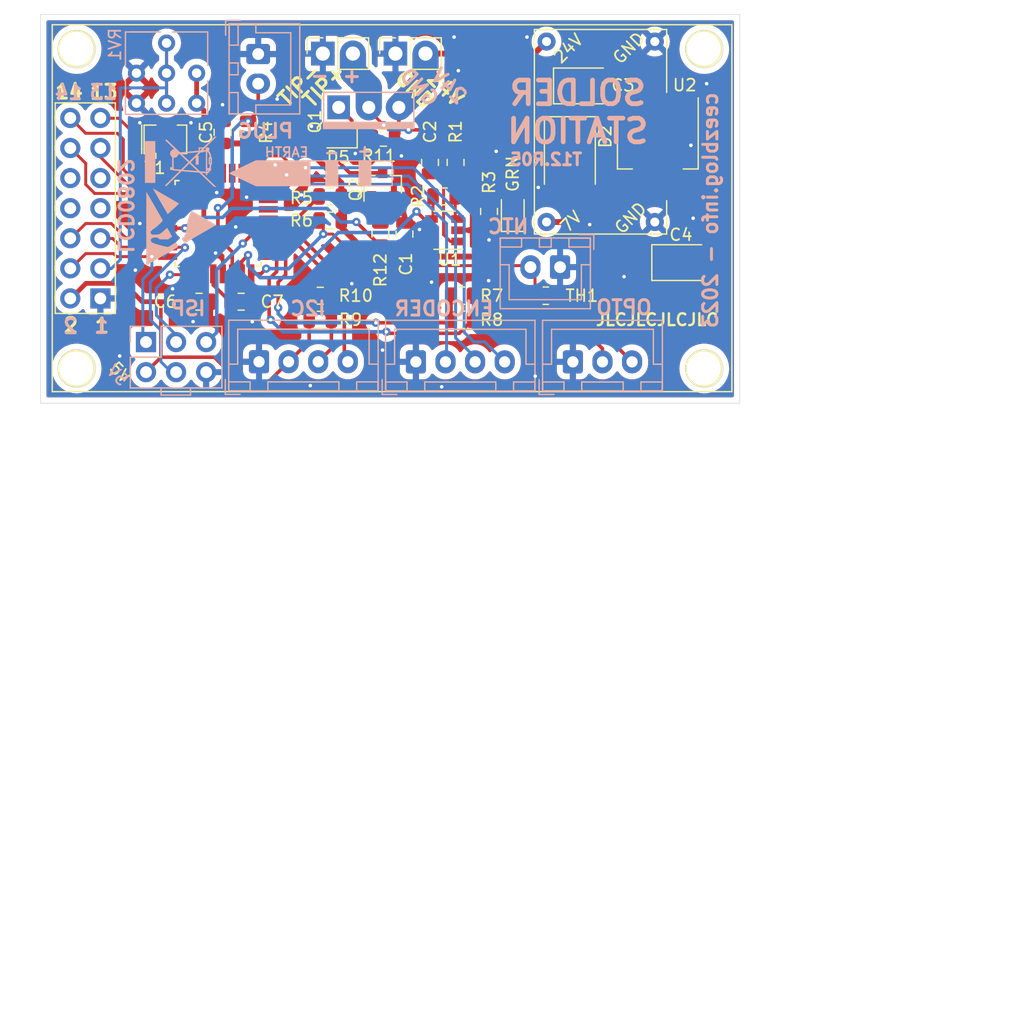
<source format=kicad_pcb>
(kicad_pcb (version 20221018) (generator pcbnew)
  (layers (0 "F.Cu" signal) (31 "B.Cu" signal) (34 "B.Paste" user) (35 "F.Paste" user) (36 "B.SilkS" user "B.Silkscreen") (37 "F.SilkS" user "F.Silkscreen") (38 "B.Mask" user) (39 "F.Mask" user) (44 "Edge.Cuts" user))
  (net 0 "")
  (net 1 "GND")
  (net 2 "5V")
  (net 3 "RESET")
  (net 4 "Net-(D1-A)")
  (net 5 "24V")
  (net 6 "RX")
  (net 7 "TX")
  (net 8 "SCL")
  (net 9 "SDA")
  (net 10 "TIP_OUT")
  (net 11 "ENC_A")
  (net 12 "ENC_B")
  (net 13 "ENC_BTN")
  (net 14 "IR_OPTO")
  (net 15 "IR_LED")
  (net 16 "LCD_EN")
  (net 17 "NTC")
  (net 18 "Handset_detect")
  (net 19 "TIP_ADC_IN")
  (net 20 "TIP_PWM_OUT")
  (net 21 "Net-(D2-K)")
  (net 22 "Net-(U3-AREF)")
  (net 23 "LCD_D5")
  (net 24 "LCD_D4")
  (net 25 "Net-(D2-A)")
  (net 26 "Net-(D5-A)")
  (net 27 "Net-(D5-K)")
  (net 28 "/IR_PWR")
  (net 29 "Net-(J12-Pin_3)")
  (net 34 "Net-(Q2-B)")
  (net 35 "Net-(U1--)")
  (net 37 "Net-(U3-XTAL2{slash}PB7)")
  (net 38 "Net-(U3-XTAL1{slash}PB6)")
  (net 39 "LCD_RS_MISO")
  (net 40 "SCK")
  (net 41 "LCD_RW_MOSI")
  (net 42 "LCD_D6")
  (net 43 "LCD_D7")
  (footprint "Capacitor_Tantalum_SMD:CP_EIA-3528-12_Kemet-T" (layer "F.Cu") (at 104.2035 25.5905)
    (fp_text reference "C3")
    (fp_text value "10uF")
  )
  (footprint "Capacitor_SMD:C_0805_2012Metric" (layer "F.Cu") (at 89.154 38.1 -90)
    (fp_text reference "C1")
    (fp_text value "100nF")
  )
  (footprint "Capacitor_SMD:C_0805_2012Metric" (layer "F.Cu") (at 73.787 29.5125 90)
    (fp_text reference "C5")
    (fp_text value "100nF")
  )
  (footprint "Capacitor_SMD:C_0805_2012Metric" (layer "F.Cu") (at 71.8035 43.815)
    (fp_text reference "C6")
    (fp_text value "100nF")
  )
  (footprint "Capacitor_SMD:C_0805_2012Metric" (layer "F.Cu") (at 75.3595 43.815)
    (fp_text reference "C7")
    (fp_text value "100nF")
  )
  (footprint "LED_SMD:LED_0805_2012Metric" (layer "F.Cu") (at 98.3 36.195 90)
    (fp_text reference "D1" hide)
    (fp_text value "Green LED")
  )
  (footprint "Diode_SMD:D_SOD-323" (layer "F.Cu") (at 83.659 29.972 180)
    (fp_text reference "D5")
    (fp_text value "12V zener")
  )
  (footprint "Connector_PinSocket_2.54mm:PinSocket_1x02_P2.54mm_Vertical" (layer "F.Cu") (at 88.392 22.86 90)
    (fp_text reference "J2" hide)
    (fp_text value "DC IN")
  )
  (footprint "Connector_PinSocket_2.54mm:PinSocket_1x02_P2.54mm_Vertical" (layer "F.Cu") (at 82.26 22.86 90)
    (fp_text reference "J1" hide)
    (fp_text value "T12 TIP")
  )
  (footprint "Package_TO_SOT_SMD:SOT-23" (layer "F.Cu") (at 87.315 33.925 90)
    (fp_text reference "Q2")
    (fp_text value "MMBT3904")
  )
  (footprint "Resistor_SMD:R_0805_2012Metric" (layer "F.Cu") (at 82.8825 36.957)
    (fp_text reference "R6")
    (fp_text value "10K")
  )
  (footprint "Resistor_SMD:R_0805_2012Metric" (layer "F.Cu") (at 75.946 29.5125 90)
    (fp_text reference "R4")
    (fp_text value "10K")
  )
  (footprint "Resistor_SMD:R_0805_2012Metric" (layer "F.Cu") (at 82.8825 34.925 180)
    (fp_text reference "R5")
    (fp_text value "10K")
  )
  (footprint "Resistor_SMD:R_0805_2012Metric" (layer "F.Cu") (at 92.5045 34.925)
    (fp_text reference "R2")
    (fp_text value "470K")
  )
  (footprint "Resistor_SMD:R_0805_2012Metric" (layer "F.Cu") (at 82.042 45.339 180)
    (fp_text reference "R9")
    (fp_text value "10K")
  )
  (footprint "Resistor_SMD:R_0805_2012Metric" (layer "F.Cu") (at 82.042 43.307)
    (fp_text reference "R10")
    (fp_text value "10K")
  )
  (footprint "Resistor_SMD:R_0805_2012Metric" (layer "F.Cu") (at 87.376 29.972 180)
    (fp_text reference "R11")
    (fp_text value "10K")
  )
  (footprint "Resistor_SMD:R_0805_2012Metric" (layer "F.Cu") (at 87.122 38.1 90)
    (fp_text reference "R12")
    (fp_text value "10K")
  )
  (footprint "Package_TO_SOT_SMD:SOT-23-5" (layer "F.Cu") (at 92.54 37.78 180)
    (fp_text reference "U1")
    (fp_text value "LMV321")
  )
  (footprint "Package_QFP:TQFP-32_7x7mm_P0.8mm" (layer "F.Cu") (at 73.406 37.211 -90)
    (fp_text reference "U3")
    (fp_text value "ATmega328")
  )
  (footprint "Crystal:Resonator_SMD_muRata_CSTxExxV-3Pin_3.0x1.1mm" (layer "F.Cu") (at 68.961 30.099)
    (fp_text reference "Y1")
    (fp_text value "Resonator_Small")
  )
  (footprint "Resistor_SMD:R_0805_2012Metric" (layer "F.Cu") (at 94.0035 43.307)
    (fp_text reference "R7")
    (fp_text value "470R")
  )
  (footprint "Capacitor_Tantalum_SMD:CP_EIA-3528-12_Kemet-T" (layer "F.Cu") (at 112.5085 40.513)
    (fp_text reference "C4")
    (fp_text value "10uF")
  )
  (footprint "Package_TO_SOT_SMD:SOT-223-3_TabPin2" (layer "F.Cu") (at 110.5535 30.6955 -90)
    (fp_text reference "U2")
    (fp_text value "AMS1117-5.0")
  )
  (footprint "Diode_SMD:D_SMB" (layer "F.Cu") (at 103.124 31.741 -90)
    (fp_text reference "D2")
    (fp_text value "Schottky")
  )
  (footprint "Resistor_SMD:R_0805_2012Metric" (layer "F.Cu") (at 94.0035 45.339)
    (fp_text reference "R8")
    (fp_text value "10K")
  )
  (footprint "Capacitor_SMD:C_0805_2012Metric" (layer "F.Cu") (at 91.313 32.0525 90)
    (fp_text reference "C2")
    (fp_text value "100nF")
  )
  (footprint "Resistor_SMD:R_0805_2012Metric" (layer "F.Cu") (at 93.472 32.0525 -90)
    (fp_text reference "R1")
    (fp_text value "10K")
  )
  (footprint "Resistor_SMD:R_0805_2012Metric" (layer "F.Cu") (at 96.3 36.195 -90)
    (fp_text reference "R3")
    (fp_text value "1K")
  )
  (footprint "Resistor_SMD:R_0805_2012Metric" (layer "F.Cu") (at 101.092 43.307 180)
    (fp_text reference "TH1")
    (fp_text value "NTC 10k")
  )
  (footprint "FOOT_PRINT:Mini360_DC-DC" (layer "F.Cu") (at 105.7275 29.464 -90)
    (fp_text reference "PSU1")
    (fp_text value "Buck-360mini")
  )
  (footprint "FOOT_PRINT:LCD0802" (layer "F.Cu") (at 60.9281 27.2796)
    (fp_text reference "J12" hide)
    (fp_text value "LCD0802")
  )
  (footprint "Connector_PinHeader_2.54mm:PinHeader_2x03_P2.54mm_Vertical" (layer "B.Cu") (at 67.325 47.224999 -90)
    (fp_text reference "J3" hide)
    (fp_text value "ISP")
  )
  (footprint "Connector_JST:JST_XH_B4B-XH-A_1x04_P2.50mm_Vertical" (layer "B.Cu") (at 76.8696 48.8866)
    (fp_text reference "J4" hide)
    (fp_text value "I2C")
  )
  (footprint "Connector_JST:JST_XH_B4B-XH-A_1x04_P2.50mm_Vertical" (layer "B.Cu") (at 90.1192 48.895)
    (fp_text reference "J6" hide)
    (fp_text value "ENCODER")
  )
  (footprint "Connector_JST:JST_XH_B3B-XH-A_1x03_P2.50mm_Vertical" (layer "B.Cu") (at 103.378 48.895)
    (fp_text reference "J7" hide)
    (fp_text value "OPTO")
  )
  (footprint "FOOT_PRINT:TO-220-3_Minimal" (layer "B.Cu") (at 83.6 27.4)
    (fp_text reference "Q1")
    (fp_text value "IRF4905")
  )
  (footprint "Potentiometer_THT:Potentiometer_Bourns_3266P_Horizontal" (layer "B.Cu") (at 66.52 24.511 -90)
    (fp_text reference "RV1")
    (fp_text value "10K")
  )
  (footprint "Symbol:ESD-Logo_6.6x6mm_SilkScreen" (layer "B.Cu") (at 70.3072 37.4904 90)
    (fp_text reference "J9" hide)
    (fp_text value "Aviation-GX12-6" hide)
  )
  (footprint "Symbol:WEEE-Logo_4.2x6mm_SilkScreen" (layer "B.Cu") (at 70.2564 32.004 90)
    (fp_text reference "J10" hide)
    (fp_text value "Aviation-GX12-6" hide)
  )
  (footprint "Connector_JST:JST_XH_B2B-XH-A_1x02_P2.50mm_Vertical" (layer "B.Cu") (at 76.8 22.9 -90)
    (fp_text reference "J5" hide)
    (fp_text value "Handset detect")
  )
  (footprint "FOOT_PRINT:T12_Tip" (layer "B.Cu") (at 82.1182 32.9692)
    (fp_text reference "G***" hide)
    (fp_text value "LOGO" hide)
  )
  (footprint "Connector_JST:JST_XH_B2B-XH-A_1x02_P2.50mm_Vertical" (layer "B.Cu") (at 102.2966 40.894 180)
    (fp_text reference "J11" hide)
    (fp_text value "NTC")
  )
  (gr_line (start 111.3028 20.828) (end 100.1268 20.828) (stroke (width 0.12)) (layer "F.SilkS"))
  (gr_line (start 100.1268 38.1) (end 111.3028 38.1) (stroke (width 0.12)) (layer "F.SilkS"))
  (gr_line (start 100.1268 20.828) (end 100.1268 38.1) (stroke (width 0.12)) (layer "F.SilkS"))
  (gr_line (start 111.3028 26.1366) (end 111.3028 20.828) (stroke (width 0.12)) (layer "F.SilkS"))
  (gr_line (start 111.3028 38.1) (end 111.3028 35.2806) (stroke (width 0.12)) (layer "F.SilkS"))
  (gr_line (start 117.475 19.558) (end 58.42 19.558) (stroke (width 0.05)) (layer "Edge.Cuts"))
  (gr_circle (center 61.468 49.4538) (end 63.068 49.4538) (stroke (width 0.05)) (fill none) (layer "Edge.Cuts"))
  (gr_circle (center 61.468 22.479) (end 63.068 22.479) (stroke (width 0.05)) (fill none) (layer "Edge.Cuts"))
  (gr_line (start 117.475 52.3875) (end 117.475 19.558) (stroke (width 0.05)) (layer "Edge.Cuts"))
  (gr_line (start 58.42 52.3875) (end 117.475 52.3875) (stroke (width 0.05)) (layer "Edge.Cuts"))
  (gr_circle (center 114.4778 49.4538) (end 116.0778 49.4538) (stroke (width 0.05)) (fill none) (layer "Edge.Cuts"))
  (gr_line (start 58.42 19.558) (end 58.42 52.3875) (stroke (width 0.05)) (layer "Edge.Cuts"))
  (gr_circle (center 114.4778 22.479) (end 116.0778 22.479) (stroke (width 0.05)) (fill none) (layer "Edge.Cuts"))
  (gr_text "-" (at 82 24.7) (layer "B.SilkS") (effects (font (size 1.2 1.2) (thickness 0.25)) (justify mirror)))
  (gr_text "ENCODER" (at 92.5 44.4) (layer "B.SilkS") (effects (font (size 1.2 1.2) (thickness 0.25)) (justify mirror)))
  (gr_text "OPTO" (at 107.7 44.3) (layer "B.SilkS") (effects (font (size 1.2 1.2) (thickness 0.25)) (justify mirror)))
  (gr_text "LCD0802" (at 65.5828 35.7124 270) (layer "B.SilkS") (effects (font (size 1.2 1.2) (thickness 0.25)) (justify mirror)))
  (gr_text "ceezblog.info - 2023" (at 115 36.1 90) (layer "B.SilkS") (effects (font (size 1.2 1.2) (thickness 0.25)) (justify mirror)))
  (gr_text "SOLDER\nSTATION" (at 103.8 27.8) (layer "B.SilkS") (effects (font (size 2 2) (thickness 0.4)) (justify mirror)))
  (gr_text "T12.R05" (at 101.1 31.8) (layer "B.SilkS") (effects (font (size 1 1) (thickness 0.25)) (justify mirror)))
  (gr_text "ISP" (at 70.866 44.3865) (layer "B.SilkS") (effects (font (size 1.2 1.2) (thickness 0.25)) (justify mirror)))
  (gr_text "-" (at 83.0072 31.1912) (layer "B.SilkS") (effects (font (size 1 1) (thickness 0.2)) (justify mirror)))
  (gr_text "5V" (at 64.9224 50.038 315) (layer "B.SilkS") (effects (font (size 1 1)) (justify mirror)))
  (gr_text "2" (at 60.934599 45.8978) (layer "B.SilkS") (effects (font (size 1.2 1.2) (thickness 0.25)) (justify mirror)))
  (gr_text "PLUG" (at 77.4192 29.4) (layer "B.SilkS") (effects (font (size 1.2 1.2) (thickness 0.25)) (justify mirror)))
  (gr_text "I2C" (at 81 44.4) (layer "B.SilkS") (effects (font (size 1.2 1.2) (thickness 0.25)) (justify mirror)))
  (gr_text "GND" (at 90.4 25.7 -45) (layer "B.SilkS") (effects (font (size 1.2 1.2) (thickness 0.25)) (justify mirror)))
  (gr_text "+" (at 85.8012 31.0642) (layer "B.SilkS") (effects (font (size 1 1) (thickness 0.2)) (justify mirror)))
  (gr_text "1" (at 63.550799 45.8724) (layer "B.SilkS") (effects (font (size 1.2 1.2) (thickness 0.25)) (justify mirror)))
  (gr_text "EARTH" (at 79.1972 31.1912) (layer "B.SilkS") (effects (font (size 0.8 0.8)) (justify mirror)))
  (gr_text "NTC" (at 97.917 37.465) (layer "B.SilkS") (effects (font (size 1.2 1.2) (thickness 0.25)) (justify mirror)))
  (gr_text "+" (at 84.8 24.8 270) (layer "B.SilkS") (effects (font (size 1.2 1.2) (thickness 0.25)) (justify mirror)))
  (gr_text "24V" (at 92.9 25.6 -45) (layer "B.SilkS") (effects (font (size 1.2 1.2) (thickness 0.25)) (justify mirror)))
  (gr_text "13" (at 63.7286 26.1112) (layer "B.SilkS") (effects (font (size 1.2 1.2) (thickness 0.25)) (justify mirror)))
  (gr_text "14" (at 60.7822 26.1366) (layer "B.SilkS") (effects (font (size 1.2 1.2) (thickness 0.25)) (justify mirror)))
  (gr_text "GND" (at 90 25.9 315) (layer "F.SilkS") (effects (font (size 1.2 1.2) (thickness 0.25))))
  (gr_text "24V" (at 92.6 25.8 315) (layer "F.SilkS") (effects (font (size 1.2 1.2) (thickness 0.25))))
  (gr_text "13" (at 63.771961 26.103761) (layer "F.SilkS") (effects (font (size 1.2 1.2) (thickness 0.25))))
  (gr_text "JLCJLCJLCJLC" (at 110.49 45.339) (layer "F.SilkS") (effects (font (size 1 1) (thickness 0.2))))
  (gr_text "GND" (at 108.2548 36.7538 45) (layer "F.SilkS") (effects (font (size 1 1))))
  (gr_text "24V" (at 102.997 22.4282 45) (layer "F.SilkS") (effects (font (size 1 1))))
  (gr_text "2" (at 60.9854 45.8216) (layer "F.SilkS") (effects (font (size 1.2 1.2) (thickness 0.25))))
  (gr_text "GND" (at 108.1024 22.4028 45) (layer "F.SilkS") (effects (font (size 1 1))))
  (gr_text "TIP-" (at 80.3 25.5 45) (layer "F.SilkS") (effects (font (size 1.2 1.2) (thickness 0.25))))
  (gr_text "TIP+" (at 82.4 25.6 45) (layer "F.SilkS") (effects (font (size 1.2 1.2) (thickness 0.25))))
  (gr_text "5V" (at 65.1256 49.784 315) (layer "F.SilkS") (effects (font (size 1 1))))
  (gr_text "1" (at 63.601599 45.847) (layer "F.SilkS") (effects (font (size 1.2 1.2) (thickness 0.25))))
  (gr_text "7V" (at 103.2256 37.0586 45) (layer "F.SilkS") (effects (font (size 1 1))))
  (gr_text "GRN" (at 98.298 33.02 90) (layer "F.SilkS") (effects (font (size 1 1))))
  (gr_text "14" (at 60.825561 26.078361) (layer "F.SilkS") (effects (font (size 1.2 1.2) (thickness 0.25))))
  (segment (start 73.006 34.406) (end 73.2 34.6) (width 0.3) (layer "F.Cu") (net 1))
  (segment (start 74.4 34.6) (end 74.606 34.394) (width 0.3) (layer "F.Cu") (net 1))
  (segment (start 73.806 40.306) (end 73.806 41.461) (width 0.3) (layer "F.Cu") (net 1))
  (segment (start 88.265 36.0172) (end 89.154 36.0172) (width 0.25) (layer "F.Cu") (net 1))
  (segment (start 72.296 45.5) (end 72.741 45.055) (width 0.3) (layer "F.Cu") (net 1))
  (segment (start 74.606 34.394) (end 74.606 32.961) (width 0.3) (layer "F.Cu") (net 1))
  (segment (start 93.64 37.78) (end 94.681 37.78) (width 0.4) (layer "F.Cu") (net 1))
  (segment (start 73.2 39.7) (end 73.806 40.306) (width 0.3) (layer "F.Cu") (net 1))
  (segment (start 72.741 45.055) (end 72.741 43.815) (width 0.3) (layer "F.Cu") (net 1))
  (segment (start 71.3 45.5) (end 72.296 45.5) (width 0.3) (layer "F.Cu") (net 1))
  (segment (start 90.424 37.719) (end 89.8675 37.1625) (width 0.4) (layer "F.Cu") (net 1))
  (segment (start 95.3285 37.1325) (end 96.3 37.1325) (width 0.4) (layer "F.Cu") (net 1))
  (segment (start 89.154 36.0172) (end 89.154 37.1625) (width 0.25) (layer "F.Cu") (net 1))
  (segment (start 88.265 34.925) (end 88.265 36.0172) (width 0.25) (layer "F.Cu") (net 1))
  (segment (start 73.2 34.6) (end 74.4 34.6) (width 0.3) (layer "F.Cu") (net 1))
  (segment (start 94.681 37.78) (end 95.3285 37.1325) (width 0.4) (layer "F.Cu") (net 1))
  (segment (start 89.8675 37.1625) (end 89.154 37.1625) (width 0.4) (layer "F.Cu") (net 1))
  (segment (start 73.006 32.961) (end 73.006 34.406) (width 0.3) (layer "F.Cu") (net 1))
  (via (at 113.538 36.7665) (size 0.7) (drill 0.3) (layers "F.Cu" "B.Cu") (net 1))
  (via (at 65.1 48.4) (size 0.7) (drill 0.3) (layers "F.Cu" "B.Cu") (net 1))
  (via (at 87.3 47.9) (size 0.7) (drill 0.3) (layers "F.Cu" "B.Cu") (net 1))
  (via (at 76.3 45.5) (size 0.7) (drill 0.3) (layers "F.Cu" "B.Cu") (net 1))
  (via (at 93.345 21.463) (size 0.7) (drill 0.3) (layers "F.Cu" "B.Cu") (net 1))
  (via (at 71.3 45.5) (size 0.7) (drill 0.3) (layers "F.Cu" "B.Cu") (net 1))
  (via (at 85 31.3) (size 0.7) (drill 0.3) (layers "F.Cu" "B.Cu") (net 1))
  (via (at 107.7 41.7) (size 0.7) (drill 0.3) (layers "F.Cu" "B.Cu") (net 1))
  (via (at 99.5 21.463) (size 0.7) (drill 0.3) (layers "F.Cu" "B.Cu") (net 1))
  (via (at 71.12 28.702) (size 0.7) (drill 0.3) (layers "F.Cu" "B.Cu") (net 1))
  (via (at 100.2 50.1) (size 0.7) (drill 0.3) (layers "F.Cu" "B.Cu") (net 1))
  (via (at 91.44 42.164) (size 0.7) (drill 0.3) (layers "F.Cu" "B.Cu") (net 1))
  (via (at 69.5706 42.7228) (size 0.7) (drill 0.3) (layers "F.Cu" "B.Cu") (net 1))
  (via (at 66.421 41.148) (size 0.7) (drill 0.3) (layers "F.Cu" "B.Cu") (net 1))
  (via (at 75.819 34.9885) (size 0.7) (drill 0.3) (layers "F.Cu" "B.Cu") (net 1))
  (via (at 80.4545 34.798) (size 0.7) (drill 0.3) (layers "F.Cu" "B.Cu") (net 1))
  (via (at 104.8 37.3) (size 0.7) (drill 0.3) (layers "F.Cu" "B.Cu") (net 1))
  (via (at 73.3 34.6) (size 0.7) (drill 0.3) (layers "F.Cu" "B.Cu") (net 1))
  (via (at 113.3475 30.607) (size 0.7) (drill 0.3) (layers "F.Cu" "B.Cu") (net 1))
  (via (at 96.901 31.115) (size 0.7) (drill 0.3) (layers "F.Cu" "B.Cu") (net 1))
  (via (at 74.9 37.5) (size 0.7) (drill 0.3) (layers "F.Cu" "B.Cu") (net 1))
  (via (at 114.681 25.4) (size 0.7) (drill 0.3) (layers "F.Cu" "B.Cu") (net 1))
  (via (at 96.3 38.6) (size 0.7) (drill 0.3) (layers "F.Cu" "B.Cu") (net 1))
  (via (at 90.424 37.719) (size 0.7) (drill 0.3) (layers "F.Cu" "B.Cu") (net 1))
  (via (at 81.3 29) (size 0.7) (drill 0.3) (layers "F.Cu" "B.Cu") (net 1))
  (via (at 92.3 51) (size 0.7) (drill 0.3) (layers "F.Cu" "B.Cu") (net 1))
  (via (at 93.7 24.3) (size 0.7) (drill 0.3) (layers "F.Cu" "B.Cu") (net 1))
  (via (at 100.457 34.163) (size 0.7) (drill 0.3) (layers "F.Cu" "B.Cu") (net 1))
  (via (at 81.2 50.9) (size 0.7) (drill 0.3) (layers "F.Cu" "B.Cu") (net 1))
  (via (at 73.2 39.7) (size 0.7) (drill 0.3) (layers "F.Cu" "B.Cu") (net 1))
  (via (at 78.4 26.7) (size 0.7) (drill 0.3) (layers "F.Cu" "B.Cu") (net 1))
  (via (at 96.266 42.037) (size 0.7) (drill 0.3) (layers "F.Cu" "B.Cu") (net 1))
  (via (at 88.9 31.5) (size 0.7) (drill 0.3) (layers "F.Cu" "B.Cu") (net 1))
  (via (at 84.709 42.291) (size 0.7) (drill 0.3) (layers "F.Cu" "B.Cu") (net 1))
  (via (at 73.787 27.178) (size 0.7) (drill 0.3) (layers "F.Cu" "B.Cu") (net 1))
  (via (at 66.802 28.702) (size 0.7) (drill 0.3) (layers "F.Cu" "B.Cu") (net 1))
  (via (at 66.802 37.211) (size 0.7) (drill 0.3) (layers "F.Cu" "B.Cu") (net 1))
  (segment (start 68.58 43.815) (end 70.866 43.815) (width 0.3) (layer "F.Cu") (net 2))
  (segment (start 89.4615 38.73) (end 91.44 38.73) (width 0.5) (layer "F.Cu") (net 2))
  (segment (start 98.295 40.005) (end 86.2965 40.005) (width 0.5) (layer "F.Cu") (net 2))
  (segment (start 73.806 30.469) (end 73.806 32.961) (width 0.3) (layer "F.Cu") (net 2))
  (segment (start 81.1045 47.1517) (end 81.1045 45.339) (width 0.3) (layer "F.Cu") (net 2))
  (segment (start 73.787 30.45) (end 73.806 30.469) (width 0.3) (layer "F.Cu") (net 2))
  (segment (start 62.2554 42.2656) (end 60.96 43.561) (width 0.4) (layer "F.Cu") (net 2))
  (segment (start 89.154 39.0375) (end 89.154 40.005) (width 0.5) (layer "F.Cu") (net 2))
  (segment (start 99.2 39.1) (end 98.295 40.005) (width 0.5) (layer "F.Cu") (net 2))
  (segment (start 71.406 39.973) (end 71.406 41.461) (width 0.4) (layer "F.Cu") (net 2))
  (segment (start 71.6 27.051) (end 71.6 24.511) (width 0.4) (layer "F.Cu") (net 2))
  (segment (start 68.58 48.440001) (end 68.58 43.815) (width 0.3) (layer "F.Cu") (net 2))
  (segment (start 83.82 33.782) (end 83.82 34.925) (width 0.5) (layer "F.Cu") (net 2))
  (segment (start 83.82 34.925) (end 83.82 36.957) (width 0.5) (layer "F.Cu") (net 2))
  (segment (start 72.206 32.961) (end 72.206 34.487) (width 0.4) (layer "F.Cu") (net 2))
  (segment (start 71.406 43.275) (end 70.866 43.815) (width 0.4) (layer "F.Cu") (net 2))
  (segment (start 67.325 49.764999) (end 68.589999 48.5) (width 0.3) (layer "F.Cu") (net 2))
  (segment (start 109.304 39.1) (end 99.2 39.1) (width 0.5) (layer "F.Cu") (net 2))
  (segment (start 110.5535 27.5455) (end 110.5535 33.8455) (width 0.25) (layer "F.Cu") (net 2))
  (segment (start 77.7102 50.546) (end 81.1045 47.1517) (width 0.3) (layer "F.Cu") (net 2))
  (segment (start 72.206 30.423) (end 72.206 27.657) (width 0.4) (layer "F.Cu") (net 2))
  (segment (start 110.971 40.513) (end 110.844 40.64) (width 0.5) (layer "F.Cu") (net 2))
  (segment (start 81.1045 45.339) (end 81.1045 43.307) (width 0.3) (layer "F.Cu") (net 2))
  (segment (start 110.844 40.64) (end 109.304 39.1) (width 0.5) (layer "F.Cu") (net 2))
  (segment (start 75.946 30.45) (end 73.787 30.45) (width 0.5) (layer "F.Cu") (net 2))
  (segment (start 72.206 32.961) (end 72.206 30.423) (width 0.4) (layer "F.Cu") (net 2))
  (segment (start 89.154 39.0375) (end 89.4615 38.73) (width 0.5) (layer "F.Cu") (net 2))
  (segment (start 86.2965 40.005) (end 83.82 37.5285) (width 0.5) (layer "F.Cu") (net 2))
  (segment (start 83.82 37.5285) (end 83.82 36.957) (width 0.5) (layer "F.Cu") (net 2))
  (segment (start 112.395 39.089) (end 110.844 40.64) (width 0.5) (layer "F.Cu") (net 2))
  (segment (start 72.206 27.657) (end 71.6 27.051) (width 0.4) (layer "F.Cu") (net 2))
  (segment (start 111.3155 33.8455) (end 112.395 34.925) (width 0.5) (layer "F.Cu") (net 2))
  (segment (start 75.146 50.546) (end 77.7102 50.546) (width 0.3) (layer "F.Cu") (net 2))
  (segment (start 75.946 30.45) (end 80.488 30.45) (width 0.5) (layer "F.Cu") (net 2))
  (segment (start 68.639999 48.5) (end 68.58 48.440001) (width 0.3) (layer "F.Cu") (net 2))
  (segment (start 68.589999 48.5) (end 68.639999 48.5) (width 0.3) (layer "F.Cu") (net 2))
  (segment (start 73.787 30.45) (end 72.233 30.45) (width 0.4) (layer "F.Cu") (net 2))
  (segment (start 71.406 41.461) (end 71.406 43.275) (width 0.4) (layer "F.Cu") (net 2))
  (segment (start 80.488 30.45) (end 83.82 33.782) (width 0.5) (layer "F.Cu") (net 2))
  (segment (start 67.0052 43.815) (end 65.4558 42.2656) (width 0.4) (layer "F.Cu") (net 2))
  (segment (start 110.5535 33.8455) (end 111.3155 33.8455) (width 0.5) (layer "F.Cu") (net 2))
  (segment (start 70.866 43.815) (end 67.0052 43.815) (width 0.4) (layer "F.Cu") (net 2))
  (segment (start 65.4558 42.2656) (end 62.2554 42.2656) (width 0.4) (layer "F.Cu") (net 2))
  (segment (start 72.206 34.487) (end 72.206 39.173) (width 0.4) (layer "F.Cu") (net 2))
  (segment (start 68.639999 48.5) (end 73.1 48.5) (width 0.3) (layer "F.Cu") (net 2))
  (segment (start 72.206 39.173) (end 71.406 39.973) (width 0.4) (layer "F.Cu") (net 2))
  (segment (start 112.395 34.925) (end 112.395 39.089) (width 0.5) (layer "F.Cu") (net 2))
  (segment (start 73.1 48.5) (end 75.146 50.546) (width 0.3) (layer "F.Cu") (net 2))
  (segment (start 72.233 30.45) (end 72.206 30.423) (width 0.3) (layer "F.Cu") (net 2))
  (segment (start 77.656 36.811) (end 80.059 36.811) (width 0.3) (layer "F.Cu") (net 3))
  (segment (start 75.5 38.9) (end 76.2 38.2) (width 0.3) (layer "F.Cu") (net 3))
  (segment (start 76.2 38.2) (end 76.2 37.1) (width 0.3) (layer "F.Cu") (net 3))
  (segment (start 80.059 36.811) (end 81.945 34.925) (width 0.3) (layer "F.Cu") (net 3))
  (segment (start 76.2 37.1) (end 76.489 36.811) (width 0.3) (layer "F.Cu") (net 3))
  (segment (start 76.489 36.811) (end 77.656 36.811) (width 0.3) (layer "F.Cu") (net 3))
  (via (at 75.5 38.9) (size 0.7) (drill 0.3) (layers "F.Cu" "B.Cu") (net 3))
  (segment (start 75.5 38.9) (end 73.3 41.1) (width 0.3) (layer "B.Cu") (net 3))
  (segment (start 72.475001 47.224999) (end 72.455 47.224999) (width 0.3) (layer "B.Cu") (net 3))
  (segment (start 73.3 41.1) (end 73.3 46.4) (width 0.3) (layer "B.Cu") (net 3))
  (segment (start 73.3 46.4) (end 72.475001 47.224999) (width 0.3) (layer "B.Cu") (net 3))
  (segment (start 92.456 38.1508) (end 92.456 33.02) (width 0.25) (layer "F.Cu") (net 4))
  (segment (start 93.64 38.73) (end 93.0352 38.73) (width 0.25) (layer "F.Cu") (net 4))
  (segment (start 93.0352 38.73) (end 92.456 38.1508) (width 0.25) (layer "F.Cu") (net 4))
  (segment (start 97.7265 34.036) (end 98.679 34.9885) (width 0.25) (layer "F.Cu") (net 4))
  (segment (start 92.456 33.02) (end 93.726 33.02) (width 0.25) (layer "F.Cu") (net 4))
  (segment (start 94.742 34.036) (end 97.7265 34.036) (width 0.25) (layer "F.Cu") (net 4))
  (segment (start 93.472 32.99) (end 91.313 32.99) (width 0.3) (layer "F.Cu") (net 4))
  (segment (start 93.726 33.02) (end 94.742 34.036) (width 0.25) (layer "F.Cu") (net 4))
  (segment (start 90.932 25.148) (end 88.68 27.4) (width 2.2) (layer "F.Cu") (net 5))
  (segment (start 88.3135 29.972) (end 88.68 29.6055) (width 0.3) (layer "F.Cu") (net 5))
  (segment (start 100.1395 22.86) (end 90.932 22.86) (width 0.5) (layer "F.Cu") (net 5))
  (segment (start 101.1555 21.844) (end 100.1395 22.86) (width 0.5) (layer "F.Cu") (net 5))
  (segment (start 88.68 29.6055) (end 88.68 27.4) (width 0.3) (layer "F.Cu") (net 5))
  (segment (start 90.932 22.987) (end 90.932 25.148) (width 2.2) (layer "F.Cu") (net 5))
  (segment (start 90.932 25.148) (end 88.68 27.4) (width 2.2) (layer "B.Cu") (net 5))
  (segment (start 90.932 22.86) (end 90.932 25.148) (width 2.2) (layer "B.Cu") (net 5))
  (segment (start 83.028 43.2585) (end 82.9795 43.307) (width 0.3) (layer "F.Cu") (net 8))
  (segment (start 84.074 44.577) (end 84.074 48.591) (width 0.3) (layer "F.Cu") (net 8))
  (segment (start 82.9795 43.307) (end 82.9795 43.4825) (width 0.3) (layer "F.Cu") (net 8))
  (segment (start 79.648 37.611) (end 83.028 40.991) (width 0.3) (layer "F.Cu") (net 8))
  (segment (start 84.074 48.591) (end 84.3696 48.8866) (width 0.3) (layer "F.Cu") (net 8))
  (segment (start 83.028 40.991) (end 83.028 43.2585) (width 0.3) (layer "F.Cu") (net 8))
  (segment (start 82.9795 43.4825) (end 84.074 44.577) (width 0.3) (layer "F.Cu") (net 8))
  (segment (start 77.656 37.611) (end 79.648 37.611) (width 0.3) (layer "F.Cu") (net 8))
  (segment (start 82.042 44.4015) (end 82.042 40.894) (width 0.3) (layer "F.Cu") (net 9))
  (segment (start 81.8696 48.8866) (end 82.9795 47.7767) (width 0.3) (layer "F.Cu") (net 9))
  (segment (start 82.042 40.894) (end 79.559 38.411) (width 0.3) (layer "F.Cu") (net 9))
  (segment (start 82.9795 47.7767) (end 82.9795 45.339) (width 0.3) (layer "F.Cu") (net 9))
  (segment (start 82.9795 45.339) (end 82.042 44.4015) (width 0.3) (layer "F.Cu") (net 9))
  (segment (start 79.559 38.411) (end 77.656 38.411) (width 0.3) (layer "F.Cu") (net 9))
  (segment (start 89.5 29.3) (end 91.657 29.3) (width 0.3) (layer "F.Cu") (net 10))
  (segment (start 86.14 25.731) (end 86.14 27.4) (width 2.2) (layer "F.Cu") (net 10))
  (segment (start 85.2 24.8) (end 85.209 24.8) (width 2.2) (layer "F.Cu") (net 10))
  (segment (start 84.8 22.86) (end 84.8 24.4) (width 2.2) (layer "F.Cu") (net 10))
  (segment (start 87.4 28.9) (end 86.14 27.64) (width 0.25) (layer "F.Cu") (net 10))
  (segment (start 84.8 24.4) (end 85.2 24.8) (width 2.2) (layer "F.Cu") (net 10))
  (segment (start 86.14 27.64) (end 86.14 27.4) (width 0.25) (layer "F.Cu") (net 10))
  (segment (start 85.209 24.8) (end 86.14 25.731) (width 2.2) (layer "F.Cu") (net 10))
  (segment (start 91.657 29.3) (end 93.472 31.115) (width 0.3) (layer "F.Cu") (net 10))
  (via (at 87.4 28.9) (size 0.7) (drill 0.3) (layers "F.Cu" "B.Cu") (net 10))
  (via (at 89.5 29.3) (size 0.7) (drill 0.3) (layers "F.Cu" "B.Cu") (net 10))
  (segment (start 84.8 24.391) (end 86.14 25.731) (width 2.2) (layer "B.Cu") (net 10))
  (segment (start 87.8 29.3) (end 87.4 28.9) (width 0.25) (layer "B.Cu") (net 10))
  (segment (start 86.14 25.731) (end 86.14 27.4) (width 2.2) (layer "B.Cu") (net 10))
  (segment (start 84.8 22.86) (end 84.8 24.391) (width 2.2) (layer "B.Cu") (net 10))
  (segment (start 89.5 29.3) (end 87.8 29.3) (width 0.25) (layer "B.Cu") (net 10))
  (segment (start 78.989 34.411) (end 77.656 34.411) (width 0.25) (layer "F.Cu") (net 11))
  (segment (start 80.8 32.5) (end 80.8 32.6) (width 0.25) (layer "F.Cu") (net 11))
  (segment (start 80.8 32.6) (end 78.989 34.411) (width 0.25) (layer "F.Cu") (net 11))
  (via (at 80.8 32.5) (size 0.7) (drill 0.3) (layers "F.Cu" "B.Cu") (net 11))
  (segment (start 80.8 32.5) (end 89.904 32.5) (width 0.25) (layer "B.Cu") (net 11))
  (segment (start 95.9242 47.2) (end 97.6192 48.895) (width 0.25) (layer "B.Cu") (net 11))
  (segment (start 94.2 36.796) (end 94.2 46.4) (width 0.25) (layer "B.Cu") (net 11))
  (segment (start 89.904 32.5) (end 94.2 36.796) (width 0.25) (layer "B.Cu") (net 11))
  (segment (start 94.2 46.4) (end 95 47.2) (width 0.25) (layer "B.Cu") (net 11))
  (segment (start 95 47.2) (end 95.9242 47.2) (width 0.25) (layer "B.Cu") (net 11))
  (segment (start 77.529 32.961) (end 78.232 32.258) (width 0.25) (layer "F.Cu") (net 12))
  (segment (start 76.206 32.961) (end 77.529 32.961) (width 0.25) (layer "F.Cu") (net 12))
  (via (at 78.232 32.258) (size 0.7) (drill 0.3) (layers "F.Cu" "B.Cu") (net 12))
  (segment (start 79.358 32.258) (end 80.3 33.2) (width 0.25) (layer "B.Cu") (net 12))
  (segment (start 93.472 46.872) (end 95.1192 48.5192) (width 0.25) (layer "B.Cu") (net 12))
  (segment (start 89.5245 33.2) (end 93.472 37.1475) (width 0.25) (layer "B.Cu") (net 12))
  (segment (start 93.472 37.1475) (end 93.472 46.872) (width 0.25) (layer "B.Cu") (net 12))
  (segment (start 80.3 33.2) (end 89.5245 33.2) (width 0.25) (layer "B.Cu") (net 12))
  (segment (start 78.232 32.258) (end 79.358 32.258) (width 0.25) (layer "B.Cu") (net 12))
  (segment (start 95.1192 48.5192) (end 95.1192 48.895) (width 0.25) (layer "B.Cu") (net 12))
  (segment (start 79.2 31.9) (end 78.796 31.496) (width 0.25) (layer "F.Cu") (net 13))
  (segment (start 75.819 31.496) (end 75.406 31.909) (width 0.25) (layer "F.Cu") (net 13))
  (segment (start 79.2 33.1) (end 79.2 31.9) (width 0.25) (layer "F.Cu") (net 13))
  (segment (start 78.796 31.496) (end 75.819 31.496) (width 0.25) (layer "F.Cu") (net 13))
  (segment (start 75.406 31.909) (end 75.406 32.961) (width 0.25) (layer "F.Cu") (net 13))
  (via (at 79.2 33.1) (size 0.7) (drill 0.3) (layers "F.Cu" "B.Cu") (net 13))
  (segment (start 92.71 48.8042) (end 92.6192 48.895) (width 0.25) (layer "B.Cu") (net 13))
  (segment (start 89.399 33.9) (end 92.71 37.211) (width 0.25) (layer "B.Cu") (net 13))
  (segment (start 92.71 37.211) (end 92.71 48.8042) (width 0.25) (layer "B.Cu") (net 13))
  (segment (start 79.2 33.1) (end 80 33.9) (width 0.25) (layer "B.Cu") (net 13))
  (segment (start 80 33.9) (end 89.399 33.9) (width 0.25) (layer "B.Cu") (net 13))
  (segment (start 77.724 41.91) (end 78.359 41.275) (width 0.3) (layer "F.Cu") (net 14))
  (segment (start 78.111 40.011) (end 77.656 40.011) (width 0.3) (layer "F.Cu") (net 14))
  (segment (start 105.878 48.895) (end 105.878 47.778) (width 0.3) (layer "F.Cu") (net 14))
  (segment (start 105.878 47.778) (end 104.582 46.482) (width 0.3) (layer "F.Cu") (net 14))
  (segment (start 77.724 45.212) (end 77.724 41.91) (width 0.3) (layer "F.Cu") (net 14))
  (segment (start 104.582 46.482) (end 98.298 46.482) (width 0.3) (layer "F.Cu") (net 14))
  (segment (start 77.851 45.339) (end 77.724 45.212) (width 0.3) (layer "F.Cu") (net 14))
  (segment (start 87.63 46.355) (end 87.757 46.482) (width 0.3) (layer "F.Cu") (net 14))
  (segment (start 93.773 46.482) (end 94.916 45.339) (width 0.3) (layer "F.Cu") (net 14))
  (segment (start 78.359 41.275) (end 78.359 40.259) (width 0.3) (layer "F.Cu") (net 14))
  (segment (start 98.298 46.482) (end 97.155 45.339) (width 0.3) (layer "F.Cu") (net 14))
  (segment (start 87.757 46.482) (end 93.773 46.482) (width 0.3) (layer "F.Cu") (net 14))
  (segment (start 78.359 40.259) (end 78.111 40.011) (width 0.3) (layer "F.Cu") (net 14))
  (segment (start 97.155 45.339) (end 94.916 45.339) (width 0.3) (layer "F.Cu") (net 14))
  (via (at 77.851 45.339) (size 0.7) (drill 0.3) (layers "F.Cu" "B.Cu") (net 14))
  (via (at 87.63 46.355) (size 0.7) (drill 0.3) (layers "F.Cu" "B.Cu") (net 14))
  (segment (start 78.867 46.355) (end 87.63 46.355) (width 0.3) (layer "B.Cu") (net 14))
  (segment (start 77.851 45.339) (end 78.867 46.355) (width 0.3) (layer "B.Cu") (net 14))
  (segment (start 79.121 41.529) (end 79.121 39.497) (width 0.3) (layer "F.Cu") (net 15))
  (segment (start 86.741 45.593) (end 92.837 45.593) (width 0.3) (layer "F.Cu") (net 15))
  (segment (start 92.837 45.593) (end 93.091 45.339) (width 0.3) (layer "F.Cu") (net 15))
  (segment (start 78.486 44.323) (end 78.486 42.164) (width 0.3) (layer "F.Cu") (net 15))
  (segment (start 93.091 43.307) (end 93.091 45.339) (width 0.3) (layer "F.Cu") (net 15))
  (segment (start 78.835 39.211) (end 77.656 39.211) (width 0.3) (layer "F.Cu") (net 15))
  (segment (start 79.121 39.497) (end 78.835 39.211) (width 0.3) (layer "F.Cu") (net 15))
  (segment (start 78.486 42.164) (end 79.121 41.529) (width 0.3) (layer "F.Cu") (net 15))
  (via (at 86.741 45.593) (size 0.7) (drill 0.3) (layers "F.Cu" "B.Cu") (net 15))
  (via (at 78.486 44.323) (size 0.7) (drill 0.3) (layers "F.Cu" "B.Cu") (net 15))
  (segment (start 79.248 45.593) (end 86.741 45.593) (width 0.3) (layer "B.Cu") (net 15))
  (segment (start 78.486 44.323) (end 78.486 44.831) (width 0.3) (layer "B.Cu") (net 15))
  (segment (start 78.486 44.831) (end 79.248 45.593) (width 0.3) (layer "B.Cu") (net 15))
  (segment (start 60.96 38.481) (end 62.23 37.211) (width 0.25) (layer "F.Cu") (net 16))
  (segment (start 65.589 38.411) (end 69.156 38.411) (width 0.25) (layer "F.Cu") (net 16))
  (segment (start 64.389 37.211) (end 65.589 38.411) (width 0.25) (layer "F.Cu") (net 16))
  (segment (start 62.23 37.211) (end 64.389 37.211) (width 0.25) (layer "F.Cu") (net 16))
  (segment (start 100.1795 43.815) (end 100.1795 41.2795) (width 0.25) (layer "F.Cu") (net 17))
  (segment (start 82.296 37.308) (end 81.945 36.957) (width 0.25) (layer "F.Cu") (net 17))
  (segment (start 99.667 40.767) (end 99.8 40.9) (width 0.25) (layer "F.Cu") (net 17))
  (segment (start 77.47 41.021) (end 77.03 41.461) (width 0.3) (layer "F.Cu") (net 17))
  (segment (start 83.088 38.1) (end 85.755 40.767) (width 0.25) (layer "F.Cu") (net 17))
  (segment (start 85.755 40.767) (end 99.667 40.767) (width 0.25) (layer "F.Cu") (net 17))
  (segment (start 82.296 38.1) (end 82.296 37.308) (width 0.25) (layer "F.Cu") (net 17))
  (segment (start 100.1795 41.2795) (end 99.8 40.9) (width 0.25) (layer "F.Cu") (net 17))
  (segment (start 82.296 38.1) (end 83.088 38.1) (width 0.25) (layer "F.Cu") (net 17))
  (segment (start 77.03 41.461) (end 76.206 41.461) (width 0.3) (layer "F.Cu") (net 17))
  (via (at 77.47 41.021) (size 0.7) (drill 0.3) (layers "F.Cu" "B.Cu") (net 17))
  (via (at 82.296 38.1) (size 0.7) (drill 0.3) (layers "F.Cu" "B.Cu") (net 17))
  (segment (start 82.296 38.1) (end 79.375 41.021) (width 0.3) (layer "B.Cu") (net 17))
  (segment (start 79.375 41.021) (end 77.47 41.021) (width 0.3) (layer "B.Cu") (net 17))
  (segment (start 76.8 27.721) (end 75.946 28.575) (width 0.3) (layer "F.Cu") (net 18))
  (segment (start 73.4 38.4) (end 74.606 39.606) (width 0.3) (layer "F.Cu") (net 18))
  (segment (start 74.606 39.606) (end 74.606 41.461) (width 0.3) (layer "F.Cu") (net 18))
  (segment (start 73.4 35.9) (end 73.4 38.4) (width 0.3) (layer "F.Cu") (net 18))
  (segment (start 76.8 25.4) (end 76.8 27.721) (width 0.3) (layer "F.Cu") (net 18))
  (via (at 73.4 35.9) (size 0.7) (drill 0.3) (layers "F.Cu" "B.Cu") (net 18))
  (via (at 75.946 28.575) (size 0.7) (drill 0.3) (layers "F.Cu" "B.Cu") (net 18))
  (segment (start 73.4 35.9) (end 73.7 35.9) (width 0.3) (layer "B.Cu") (net 18))
  (segment (start 74.606 29.407) (end 75.438 28.575) (width 0.3) (layer "B.Cu") (net 18))
  (segment (start 75.438 28.575) (end 75.946 28.575) (width 0.3) (layer "B.Cu") (net 18))
  (segment (start 73.7 35.9) (end 74.606 34.994) (width 0.3) (layer "B.Cu") (net 18))
  (segment (start 74.606 34.994) (end 74.606 29.407) (width 0.3) (layer "B.Cu") (net 18))
  (segment (start 90.17 36.195) (end 90.805 36.83) (width 0.3) (layer "F.Cu") (net 19))
  (segment (start 91.567 34.925) (end 91.567 36.703) (width 0.25) (layer "F.Cu") (net 19))
  (segment (start 75.406 41.461) (end 75.406 40.418) (width 0.3) (layer "F.Cu") (net 19))
  (segment (start 90.805 36.83) (end 91.44 36.83) (width 0.3) (layer "F.Cu") (net 19))
  (segment (start 91.567 36.703) (end 91.44 36.83) (width 0.25) (layer "F.Cu") (net 19))
  (segment (start 75.406 40.418) (end 75.946 39.878) (width 0.3) (layer "F.Cu") (net 19))
  (via (at 90.17 36.195) (size 0.7) (drill 0.3) (layers "F.Cu" "B.Cu") (net 19))
  (via (at 75.946 39.878) (size 0.7) (drill 0.3) (layers "F.Cu" "B.Cu") (net 19))
  (segment (start 83.566 37.973) (end 79.756 41.783) (width 0.3) (layer "B.Cu") (net 19))
  (segment (start 75.946 40.767) (end 75.946 39.878) (width 0.3) (layer "B.Cu") (net 19))
  (segment (start 88.392 37.973) (end 83.566 37.973) (width 0.3) (layer "B.Cu") (net 19))
  (segment (start 76.962 41.783) (end 75.946 40.767) (width 0.3) (layer "B.Cu") (net 19))
  (segment (start 79.756 41.783) (end 76.962 41.783) (width 0.3) (layer "B.Cu") (net 19))
  (segment (start 90.17 36.195) (end 88.392 37.973) (width 0.3) (layer "B.Cu") (net 19))
  (segment (start 87.0435 39.0375) (end 87.122 39.0375) (width 0.3) (layer "F.Cu") (net 20))
  (segment (start 70.611 37.611) (end 69.156 37.611) (width 0.3) (layer "F.Cu") (net 20))
  (segment (start 85.09 37.084) (end 87.0435 39.0375) (width 0.3) (layer "F.Cu") (net 20))
  (via (at 85.09 37.084) (size 0.7) (drill 0.3) (layers "F.Cu" "B.Cu") (net 20))
  (via (at 70.611 37.611) (size 0.7) (drill 0.3) (layers "F.Cu" "B.Cu") (net 20))
  (segment (start 85.09 37.084) (end 83.7565 37.084) (width 0.3) (layer "B.Cu") (net 20))
  (segment (start 73.8 36.7) (end 71.522 36.7) (width 0.3) (layer "B.Cu") (net 20))
  (segment (start 83.7565 37.084) (end 82.6135 35.941) (width 0.3) (layer "B.Cu") (net 20))
  (segment (start 71.522 36.7) (end 70.611 37.611) (width 0.3) (layer "B.Cu") (net 20))
  (segment (start 82.6135 35.941) (end 74.559 35.941) (width 0.3) (layer "B.Cu") (net 20))
  (segment (start 74.559 35.941) (end 73.8 36.7) (width 0.3) (layer "B.Cu") (net 20))
  (segment (start 108.2535 27.7) (end 106.3625 29.591) (width 0.5) (layer "F.Cu") (net 21))
  (segment (start 103.124 26.0485) (end 103.124 29.591) (width 0.5) (layer "F.Cu") (net 21))
  (segment (start 108.2535 27.5455) (end 108.2535 27.7) (width 0.5) (layer "F.Cu") (net 21))
  (segment (start 106.3625 29.591) (end 103.124 29.591) (width 0.5) (layer "F.Cu") (net 21))
  (segment (start 102.666 25.5905) (end 103.124 26.0485) (width 0.5) (layer "F.Cu") (net 21))
  (segment (start 73.006 42.399) (end 74.422 43.815) (width 0.3) (layer "F.Cu") (net 22))
  (segment (start 73.006 41.461) (end 73.006 42.399) (width 0.3) (layer "F.Cu") (net 22))
  (segment (start 62.23 33.909) (end 62.23 32.131) (width 0.25) (layer "F.Cu") (net 23))
  (segment (start 62.23 32.131) (end 60.96 30.861) (width 0.25) (layer "F.Cu") (net 23))
  (segment (start 69.156 36.811) (end 67.926 36.811) (width 0.25) (layer "F.Cu") (net 23))
  (segment (start 62.992 34.671) (end 62.23 33.909) (width 0.25) (layer "F.Cu") (net 23))
  (segment (start 65.786 34.671) (end 62.992 34.671) (width 0.25) (layer "F.Cu") (net 23))
  (segment (start 67.926 36.811) (end 65.786 34.671) (width 0.25) (layer "F.Cu") (net 23))
  (segment (start 69.156 36.011) (end 67.888 36.011) (width 0.25) (layer "F.Cu") (net 24))
  (segment (start 63.5 31.623) (end 63.5 30.861) (width 0.25) (layer "F.Cu") (net 24))
  (segment (start 67.888 36.011) (end 63.5 31.623) (width 0.25) (layer "F.Cu") (net 24))
  (segment (start 101.1555 37.084) (end 102.4255 37.084) (width 0.5) (layer "F.Cu") (net 25))
  (segment (start 102.4255 37.084) (end 103.124 36.3855) (width 0.5) (layer "F.Cu") (net 25))
  (segment (start 103.124 36.3855) (end 103.124 33.891) (width 0.5) (layer "F.Cu") (net 25))
  (segment (start 84.5165 32.925) (end 82.609 31.0175) (width 0.3) (layer "F.Cu") (net 26))
  (segment (start 82.609 31.0175) (end 82.609 29.972) (width 0.3) (layer "F.Cu") (net 26))
  (segment (start 87.315 32.925) (end 84.5165 32.925) (width 0.3) (layer "F.Cu") (net 26))
  (segment (start 86.4385 29.972) (end 84.709 29.972) (width 0.3) (layer "F.Cu") (net 27))
  (segment (start 84.709 29.972) (end 84.709 28.509) (width 0.3) (layer "F.Cu") (net 27))
  (segment (start 84.709 28.509) (end 83.6 27.4) (width 0.3) (layer "F.Cu") (net 27))
  (segment (start 98.552 45.593) (end 105.076 45.593) (width 0.3) (layer "F.Cu") (net 28))
  (segment (start 105.076 45.593) (end 108.378 48.895) (width 0.3) (layer "F.Cu") (net 28))
  (segment (start 96.266 43.307) (end 98.552 45.593) (width 0.3) (layer "F.Cu") (net 28))
  (segment (start 94.916 43.307) (end 96.266 43.307) (width 0.3) (layer "F.Cu") (net 28))
  (segment (start 69.06 21.971) (end 69.06 27.051) (width 0.25) (layer "F.Cu") (net 29))
  (segment (start 65.179 25.753) (end 65.151 25.781) (width 0.25) (layer "B.Cu") (net 29))
  (segment (start 69.06 21.971) (end 69.06 24.511) (width 0.25) (layer "B.Cu") (net 29))
  (segment (start 69.06 25.753) (end 65.179 25.753) (width 0.25) (layer "B.Cu") (net 29))
  (segment (start 69.06 25.753) (end 69.06 27.051) (width 0.25) (layer "B.Cu") (net 29))
  (segment (start 65.151 40.259) (end 64.389 41.021) (width 0.25) (layer "B.Cu") (net 29))
  (segment (start 64.389 41.021) (end 63.5 41.021) (width 0.25) (layer "B.Cu") (net 29))
  (segment (start 65.151 25.781) (end 65.151 40.259) (width 0.25) (layer "B.Cu") (net 29))
  (segment (start 69.06 24.511) (end 69.06 25.753) (width 0.25) (layer "B.Cu") (net 29))
  (segment (start 87.122 35.682) (end 86.365 34.925) (width 0.3) (layer "F.Cu") (net 34))
  (segment (start 87.122 37.1625) (end 87.122 35.682) (width 0.3) (layer "F.Cu") (net 34))
  (segment (start 93.442 36.632) (end 93.64 36.83) (width 0.25) (layer "F.Cu") (net 35))
  (segment (start 93.442 34.925) (end 93.442 36.632) (width 0.25) (layer "F.Cu") (net 35))
  (segment (start 95.9675 34.925) (end 93.442 34.925) (width 0.25) (layer "F.Cu") (net 35))
  (segment (start 96.3 35.2575) (end 95.9675 34.925) (width 0.25) (layer "F.Cu") (net 35))
  (segment (start 67.761 31.312) (end 67.761 30.099) (width 0.25) (layer "F.Cu") (net 37))
  (segment (start 70.231 31.75) (end 68.199 31.75) (width 0.25) (layer "F.Cu") (net 37))
  (segment (start 70.606 32.961) (end 70.606 32.125) (width 0.25) (layer "F.Cu") (net 37))
  (segment (start 70.606 32.125) (end 70.231 31.75) (width 0.25) (layer "F.Cu") (net 37))
  (segment (start 68.199 31.75) (end 67.761 31.312) (width 0.25) (layer "F.Cu") (net 37))
  (segment (start 71.406 32.961) (end 71.406 32.036) (width 0.25) (layer "F.Cu") (net 38))
  (segment (start 71.406 32.036) (end 70.161 30.791) (width 0.25) (layer "F.Cu") (net 38))
  (segment (start 70.161 30.791) (end 70.161 30.099) (width 0.25) (layer "F.Cu") (net 38))
  (segment (start 62.23 39.751) (end 60.96 41.021) (width 0.25) (layer "F.Cu") (net 39))
  (segment (start 67.818 40.011) (end 69.156 40.011) (width 0.25) (layer "F.Cu") (net 39))
  (segment (start 67.818 40.011) (end 67.812 40.005) (width 0.25) (layer "F.Cu") (net 39))
  (segment (start 67.812 40.005) (end 64.8335 40.005) (width 0.25) (layer "F.Cu") (net 39))
  (segment (start 64.5795 39.751) (end 62.23 39.751) (width 0.25) (layer "F.Cu") (net 39))
  (segment (start 64.8335 40.005) (end 64.5795 39.751) (width 0.25) (layer "F.Cu") (net 39))
  (via (at 67.818 40.011) (size 0.7) (drill 0.3) (layers "F.Cu" "B.Cu") (net 39))
  (segment (start 67.056 46.955999) (end 67.325 47.224999) (width 0.25) (layer "B.Cu") (net 39))
  (segment (start 67.056 41.91) (end 67.056 46.955999) (width 0.25) (layer "B.Cu") (net 39))
  (segment (start 67.818 41.148) (end 67.056 41.91) (width 0.25) (layer "B.Cu") (net 39))
  (segment (start 67.818 40.011) (end 67.818 41.148) (width 0.25) (layer "B.Cu") (net 39))
  (segment (start 69.342 41.529) (end 70.538 41.529) (width 0.25) (layer "F.Cu") (net 40))
  (segment (start 70.538 41.529) (end 70.606 41.461) (width 0.25) (layer "F.Cu") (net 40))
  (via (at 69.342 41.529) (size 0.7) (drill 0.3) (layers "F.Cu" "B.Cu") (net 40))
  (segment (start 69.342 41.529) (end 68.199 42.672) (width 0.25) (layer "B.Cu") (net 40))
  (segment (start 68.199 44.958) (end 69.865 46.624) (width 0.25) (layer "B.Cu") (net 40))
  (segment (start 68.199 42.672) (end 68.199 44.958) (width 0.25) (layer "B.Cu") (net 40))
  (segment (start 69.865 46.624) (end 69.865 47.224999) (width 0.25) (layer "B.Cu") (net 40))
  (segment (start 70.58 39.211) (end 69.156 39.211) (width 0.25) (layer "F.Cu") (net 41))
  (segment (start 64.516 38.481) (end 63.5 38.481) (width 0.25) (layer "F.Cu") (net 41))
  (segment (start 69.156 39.211) (end 65.246 39.211) (width 0.25) (layer "F.Cu") (net 41))
  (segment (start 65.246 39.211) (end 64.516 38.481) (width 0.25) (layer "F.Cu") (net 41))
  (segment (start 70.612 39.243) (end 70.58 39.211) (width 0.25) (layer "F.Cu") (net 41))
  (via (at 70.612 39.243) (size 0.7) (drill 0.3) (layers "F.Cu" "B.Cu") (net 41))
  (segment (start 69.464999 49.764999) (end 69.865 49.764999) (width 0.25) (layer "B.Cu") (net 41))
  (segment (start 67.691 45.339) (end 68.58 46.228) (width 0.25) (layer "B.Cu") (net 41))
  (segment (start 67.691 42.164) (end 67.691 45.339) (width 0.25) (layer "B.Cu") (net 41))
  (segment (start 68.58 48.88) (end 69.464999 49.764999) (width 0.25) (layer "B.Cu") (net 41))
  (segment (start 68.58 46.228) (end 68.58 48.88) (width 0.25) (layer "B.Cu") (net 41))
  (segment (start 70.612 39.243) (end 67.691 42.164) (width 0.25) (layer "B.Cu") (net 41))
  (segment (start 69.156 33.85) (end 68.961 33.655) (width 0.25) (layer "F.Cu") (net 42))
  (segment (start 68.961 33.655) (end 67.31 33.655) (width 0.25) (layer "F.Cu") (net 42))
  (segment (start 66.0146 29.3116) (end 65.024 28.321) (width 0.25) (layer "F.Cu") (net 42))
  (segment (start 69.156 34.411) (end 69.156 33.85) (width 0.25) (layer "F.Cu") (net 42))
  (segment (start 65.024 28.321) (end 63.5 28.321) (width 0.25) (layer "F.Cu") (net 42))
  (segment (start 66.0146 32.3596) (end 66.0146 29.3116) (width 0.25) (layer "F.Cu") (net 42))
  (segment (start 67.31 33.655) (end 66.0146 32.3596) (width 0.25) (layer "F.Cu") (net 42))
  (segment (start 65.405 32.639) (end 65.405 30.099) (width 0.25) (layer "F.Cu") (net 43))
  (segment (start 65.405 30.099) (end 64.897 29.591) (width 0.25) (layer "F.Cu") (net 43))
  (segment (start 64.897 29.591) (end 62.23 29.591) (width 0.25) (layer "F.Cu") (net 43))
  (segment (start 62.23 29.591) (end 60.96 28.321) (width 0.25) (layer "F.Cu") (net 43))
  (segment (start 67.977 35.211) (end 65.405 32.639) (width 0.25) (layer "F.Cu") (net 43))
  (segment (start 69.156 35.211) (end 67.977 35.211) (width 0.25) (layer "F.Cu") (net 43))
  (zone (net 1) (net_name "GND") (layer "F.Cu") (connect_pads (clearance 0.508)) (min_thickness 0.254) (fill yes (thermal_gap 0.508) (thermal_bridge_width 0.508))
    (polygon (pts (xy 121.285 53.721) (xy 56.515 53.594) (xy 55.753 19.431) (xy 119.761 18.415)))
  )
  (zone (net 1) (net_name "GND") (layer "B.Cu") (connect_pads (clearance 0.508)) (min_thickness 0.254) (fill yes (thermal_gap 0.508) (thermal_bridge_width 0.508))
    (polygon (pts (xy 120.65 54.102) (xy 55.88 53.975) (xy 54.991 18.8468) (xy 119.126 18.796)))
  )
)
</source>
